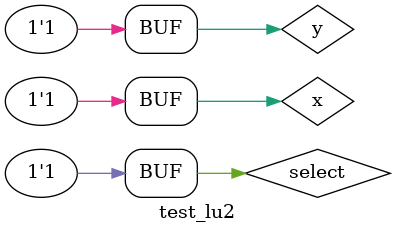
<source format=v>
module lu2 (output s, output p, input a, input b, input selecao);
       wire s1,s2,s3,s4;
       // Portas Principais da LU
       and A1 ( s1, a, b);
       or O1 ( s2, a, b);
       nand NA1 ( s3, a, b);
       nor NO1 ( s4, a, b);
       // Mux's
       mux Mx1 (s,s3,s1,selecao);
       mux Mx2 (p,s4,s2,selecao);
endmodule // lu2

module mux (output s, input a, input b, input selecao);
       wire selecao2,s3,s4;
       not N1 ( selecao2, selecao);
       and A2 ( s3, a, selecao);
       and A3 ( s4, b, selecao2);
       or O2 ( s, s3, s4);
endmodule // mux

module test_lu2;
       // ------------------------- definir dados
       reg x;
       reg y;
       reg select;
       wire z,w;
       lu2 modulo (z, w, x, y, select);
       // ------------------------- parte principal
       initial begin
               $display("Exemplo0033 - Willian Antonio dos Santos - 462020");
               $display("Test lu2 module");
               x = 0; y = 0;select = 0;
               $monitor("Entradas: %b %b | Selecao: %b => Saidas: %b - %b",x,y,select,z,w);
               #1 x = 0; y = 1;select = 0;
               #1 x = 1; y = 0;select = 0;
               #1 x = 1; y = 1;select = 0;
               #1 $display("-------------------------------------------");
               #1 x = 0; y = 0;select = 1;
               #1 x = 0; y = 1;select = 1;
               #1 x = 1; y = 0;select = 1;
               #1 x = 1; y = 1;select = 1;
               #1 $display("-------------------------------------------");
       end
endmodule // test_lu2
</source>
